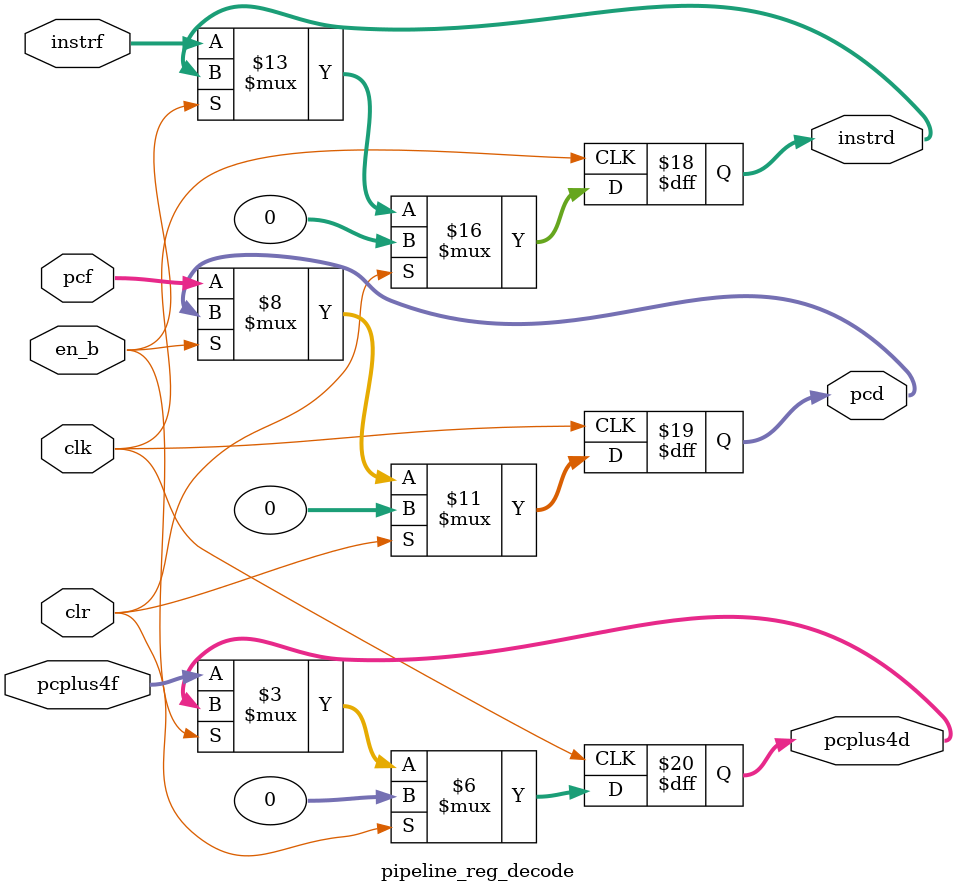
<source format=sv>
module pipeline_reg_decode #(
    parameter ADDRESS_WIDTH = 32,
              DATA_WIDTH = 32          
)(  
    input logic clk,
    input logic en_b,
    input logic clr,

    input logic [DATA_WIDTH-1:0]     instrf,   // instruction output from instruction memory
    input logic [ADDRESS_WIDTH-1:0]  pcf,
    input logic [ADDRESS_WIDTH-1:0]  pcplus4f,

    output logic [DATA_WIDTH-1:0]    instrd,    
    output logic [ADDRESS_WIDTH-1:0] pcd,
    output logic [ADDRESS_WIDTH-1:0] pcplus4d
);

always_ff @ (posedge clk) begin
    if(clr) begin
        instrd   <= 32'b0;
        pcd      <= 32'b0;
        pcplus4d <= 32'b0;
    end
    else if(~en_b) begin
        instrd   <= instrf;
        pcd      <= pcf;
        pcplus4d <= pcplus4f;
    end
end

endmodule

</source>
